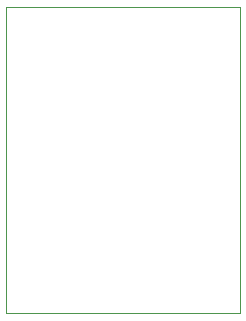
<source format=gbo>
G75*
%MOIN*%
%OFA0B0*%
%FSLAX25Y25*%
%IPPOS*%
%LPD*%
%AMOC8*
5,1,8,0,0,1.08239X$1,22.5*
%
%ADD10C,0.00000*%
D10*
X0330000Y0517000D02*
X0330000Y0619000D01*
X0408000Y0619000D01*
X0408000Y0517000D01*
X0330000Y0517000D01*
M02*

</source>
